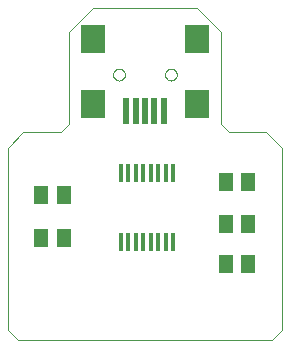
<source format=gtp>
G75*
%MOIN*%
%OFA0B0*%
%FSLAX25Y25*%
%IPPOS*%
%LPD*%
%AMOC8*
5,1,8,0,0,1.08239X$1,22.5*
%
%ADD10C,0.00400*%
%ADD11R,0.01713X0.05906*%
%ADD12R,0.05118X0.06299*%
%ADD13R,0.07874X0.09449*%
%ADD14R,0.01969X0.09087*%
%ADD15C,0.00000*%
D10*
X0009764Y0006829D02*
X0094741Y0006829D01*
X0098074Y0010164D01*
X0098074Y0070790D01*
X0092751Y0076113D01*
X0080307Y0076113D01*
X0077586Y0078834D01*
X0077586Y0109504D01*
X0069708Y0117382D01*
X0034797Y0117382D01*
X0026920Y0109502D01*
X0026920Y0078832D01*
X0024198Y0076111D01*
X0011754Y0076111D01*
X0006431Y0070788D01*
X0006431Y0010162D01*
X0009764Y0006829D01*
D11*
X0044096Y0039366D03*
X0046592Y0039366D03*
X0049096Y0039366D03*
X0051592Y0039366D03*
X0054096Y0039366D03*
X0056592Y0039366D03*
X0059096Y0039366D03*
X0061592Y0039366D03*
X0061592Y0062472D03*
X0059096Y0062472D03*
X0056592Y0062472D03*
X0054096Y0062472D03*
X0051592Y0062472D03*
X0049096Y0062472D03*
X0046592Y0062472D03*
X0044096Y0062472D03*
D12*
X0025167Y0055275D03*
X0017687Y0055275D03*
X0017687Y0040745D03*
X0025167Y0040745D03*
X0079243Y0045435D03*
X0086723Y0045435D03*
X0086723Y0032099D03*
X0079243Y0032099D03*
X0079243Y0059356D03*
X0086723Y0059356D03*
D13*
X0069575Y0085476D03*
X0069575Y0107129D03*
X0034930Y0107129D03*
X0034930Y0085476D03*
D14*
X0045953Y0083255D03*
X0049103Y0083255D03*
X0052253Y0083255D03*
X0055402Y0083255D03*
X0058552Y0083255D03*
D15*
X0058945Y0095318D02*
X0058947Y0095406D01*
X0058953Y0095494D01*
X0058963Y0095582D01*
X0058977Y0095670D01*
X0058994Y0095756D01*
X0059016Y0095842D01*
X0059041Y0095926D01*
X0059071Y0096010D01*
X0059103Y0096092D01*
X0059140Y0096172D01*
X0059180Y0096251D01*
X0059224Y0096328D01*
X0059271Y0096403D01*
X0059321Y0096475D01*
X0059375Y0096546D01*
X0059431Y0096613D01*
X0059491Y0096679D01*
X0059553Y0096741D01*
X0059619Y0096801D01*
X0059686Y0096857D01*
X0059757Y0096911D01*
X0059829Y0096961D01*
X0059904Y0097008D01*
X0059981Y0097052D01*
X0060060Y0097092D01*
X0060140Y0097129D01*
X0060222Y0097161D01*
X0060306Y0097191D01*
X0060390Y0097216D01*
X0060476Y0097238D01*
X0060562Y0097255D01*
X0060650Y0097269D01*
X0060738Y0097279D01*
X0060826Y0097285D01*
X0060914Y0097287D01*
X0061002Y0097285D01*
X0061090Y0097279D01*
X0061178Y0097269D01*
X0061266Y0097255D01*
X0061352Y0097238D01*
X0061438Y0097216D01*
X0061522Y0097191D01*
X0061606Y0097161D01*
X0061688Y0097129D01*
X0061768Y0097092D01*
X0061847Y0097052D01*
X0061924Y0097008D01*
X0061999Y0096961D01*
X0062071Y0096911D01*
X0062142Y0096857D01*
X0062209Y0096801D01*
X0062275Y0096741D01*
X0062337Y0096679D01*
X0062397Y0096613D01*
X0062453Y0096546D01*
X0062507Y0096475D01*
X0062557Y0096403D01*
X0062604Y0096328D01*
X0062648Y0096251D01*
X0062688Y0096172D01*
X0062725Y0096092D01*
X0062757Y0096010D01*
X0062787Y0095926D01*
X0062812Y0095842D01*
X0062834Y0095756D01*
X0062851Y0095670D01*
X0062865Y0095582D01*
X0062875Y0095494D01*
X0062881Y0095406D01*
X0062883Y0095318D01*
X0062881Y0095230D01*
X0062875Y0095142D01*
X0062865Y0095054D01*
X0062851Y0094966D01*
X0062834Y0094880D01*
X0062812Y0094794D01*
X0062787Y0094710D01*
X0062757Y0094626D01*
X0062725Y0094544D01*
X0062688Y0094464D01*
X0062648Y0094385D01*
X0062604Y0094308D01*
X0062557Y0094233D01*
X0062507Y0094161D01*
X0062453Y0094090D01*
X0062397Y0094023D01*
X0062337Y0093957D01*
X0062275Y0093895D01*
X0062209Y0093835D01*
X0062142Y0093779D01*
X0062071Y0093725D01*
X0061999Y0093675D01*
X0061924Y0093628D01*
X0061847Y0093584D01*
X0061768Y0093544D01*
X0061688Y0093507D01*
X0061606Y0093475D01*
X0061522Y0093445D01*
X0061438Y0093420D01*
X0061352Y0093398D01*
X0061266Y0093381D01*
X0061178Y0093367D01*
X0061090Y0093357D01*
X0061002Y0093351D01*
X0060914Y0093349D01*
X0060826Y0093351D01*
X0060738Y0093357D01*
X0060650Y0093367D01*
X0060562Y0093381D01*
X0060476Y0093398D01*
X0060390Y0093420D01*
X0060306Y0093445D01*
X0060222Y0093475D01*
X0060140Y0093507D01*
X0060060Y0093544D01*
X0059981Y0093584D01*
X0059904Y0093628D01*
X0059829Y0093675D01*
X0059757Y0093725D01*
X0059686Y0093779D01*
X0059619Y0093835D01*
X0059553Y0093895D01*
X0059491Y0093957D01*
X0059431Y0094023D01*
X0059375Y0094090D01*
X0059321Y0094161D01*
X0059271Y0094233D01*
X0059224Y0094308D01*
X0059180Y0094385D01*
X0059140Y0094464D01*
X0059103Y0094544D01*
X0059071Y0094626D01*
X0059041Y0094710D01*
X0059016Y0094794D01*
X0058994Y0094880D01*
X0058977Y0094966D01*
X0058963Y0095054D01*
X0058953Y0095142D01*
X0058947Y0095230D01*
X0058945Y0095318D01*
X0041622Y0095318D02*
X0041624Y0095406D01*
X0041630Y0095494D01*
X0041640Y0095582D01*
X0041654Y0095670D01*
X0041671Y0095756D01*
X0041693Y0095842D01*
X0041718Y0095926D01*
X0041748Y0096010D01*
X0041780Y0096092D01*
X0041817Y0096172D01*
X0041857Y0096251D01*
X0041901Y0096328D01*
X0041948Y0096403D01*
X0041998Y0096475D01*
X0042052Y0096546D01*
X0042108Y0096613D01*
X0042168Y0096679D01*
X0042230Y0096741D01*
X0042296Y0096801D01*
X0042363Y0096857D01*
X0042434Y0096911D01*
X0042506Y0096961D01*
X0042581Y0097008D01*
X0042658Y0097052D01*
X0042737Y0097092D01*
X0042817Y0097129D01*
X0042899Y0097161D01*
X0042983Y0097191D01*
X0043067Y0097216D01*
X0043153Y0097238D01*
X0043239Y0097255D01*
X0043327Y0097269D01*
X0043415Y0097279D01*
X0043503Y0097285D01*
X0043591Y0097287D01*
X0043679Y0097285D01*
X0043767Y0097279D01*
X0043855Y0097269D01*
X0043943Y0097255D01*
X0044029Y0097238D01*
X0044115Y0097216D01*
X0044199Y0097191D01*
X0044283Y0097161D01*
X0044365Y0097129D01*
X0044445Y0097092D01*
X0044524Y0097052D01*
X0044601Y0097008D01*
X0044676Y0096961D01*
X0044748Y0096911D01*
X0044819Y0096857D01*
X0044886Y0096801D01*
X0044952Y0096741D01*
X0045014Y0096679D01*
X0045074Y0096613D01*
X0045130Y0096546D01*
X0045184Y0096475D01*
X0045234Y0096403D01*
X0045281Y0096328D01*
X0045325Y0096251D01*
X0045365Y0096172D01*
X0045402Y0096092D01*
X0045434Y0096010D01*
X0045464Y0095926D01*
X0045489Y0095842D01*
X0045511Y0095756D01*
X0045528Y0095670D01*
X0045542Y0095582D01*
X0045552Y0095494D01*
X0045558Y0095406D01*
X0045560Y0095318D01*
X0045558Y0095230D01*
X0045552Y0095142D01*
X0045542Y0095054D01*
X0045528Y0094966D01*
X0045511Y0094880D01*
X0045489Y0094794D01*
X0045464Y0094710D01*
X0045434Y0094626D01*
X0045402Y0094544D01*
X0045365Y0094464D01*
X0045325Y0094385D01*
X0045281Y0094308D01*
X0045234Y0094233D01*
X0045184Y0094161D01*
X0045130Y0094090D01*
X0045074Y0094023D01*
X0045014Y0093957D01*
X0044952Y0093895D01*
X0044886Y0093835D01*
X0044819Y0093779D01*
X0044748Y0093725D01*
X0044676Y0093675D01*
X0044601Y0093628D01*
X0044524Y0093584D01*
X0044445Y0093544D01*
X0044365Y0093507D01*
X0044283Y0093475D01*
X0044199Y0093445D01*
X0044115Y0093420D01*
X0044029Y0093398D01*
X0043943Y0093381D01*
X0043855Y0093367D01*
X0043767Y0093357D01*
X0043679Y0093351D01*
X0043591Y0093349D01*
X0043503Y0093351D01*
X0043415Y0093357D01*
X0043327Y0093367D01*
X0043239Y0093381D01*
X0043153Y0093398D01*
X0043067Y0093420D01*
X0042983Y0093445D01*
X0042899Y0093475D01*
X0042817Y0093507D01*
X0042737Y0093544D01*
X0042658Y0093584D01*
X0042581Y0093628D01*
X0042506Y0093675D01*
X0042434Y0093725D01*
X0042363Y0093779D01*
X0042296Y0093835D01*
X0042230Y0093895D01*
X0042168Y0093957D01*
X0042108Y0094023D01*
X0042052Y0094090D01*
X0041998Y0094161D01*
X0041948Y0094233D01*
X0041901Y0094308D01*
X0041857Y0094385D01*
X0041817Y0094464D01*
X0041780Y0094544D01*
X0041748Y0094626D01*
X0041718Y0094710D01*
X0041693Y0094794D01*
X0041671Y0094880D01*
X0041654Y0094966D01*
X0041640Y0095054D01*
X0041630Y0095142D01*
X0041624Y0095230D01*
X0041622Y0095318D01*
M02*

</source>
